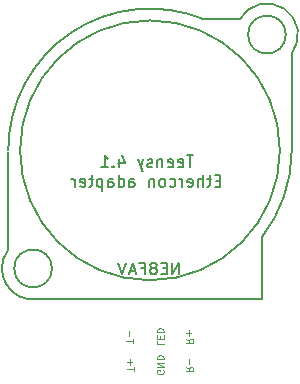
<source format=gbo>
G04 #@! TF.GenerationSoftware,KiCad,Pcbnew,5.1.9*
G04 #@! TF.CreationDate,2021-01-28T17:40:55+01:00*
G04 #@! TF.ProjectId,Teensy4.1_Ethercon_adapter,5465656e-7379-4342-9e31-5f4574686572,1.0*
G04 #@! TF.SameCoordinates,PX80befc0PY6dac2c0*
G04 #@! TF.FileFunction,Legend,Bot*
G04 #@! TF.FilePolarity,Positive*
%FSLAX46Y46*%
G04 Gerber Fmt 4.6, Leading zero omitted, Abs format (unit mm)*
G04 Created by KiCad (PCBNEW 5.1.9) date 2021-01-28 17:40:55*
%MOMM*%
%LPD*%
G01*
G04 APERTURE LIST*
%ADD10C,0.150000*%
%ADD11C,0.100000*%
G04 APERTURE END LIST*
D10*
X13952380Y18622620D02*
X13380952Y18622620D01*
X13666666Y17622620D02*
X13666666Y18622620D01*
X12666666Y17670239D02*
X12761904Y17622620D01*
X12952380Y17622620D01*
X13047619Y17670239D01*
X13095238Y17765477D01*
X13095238Y18146429D01*
X13047619Y18241667D01*
X12952380Y18289286D01*
X12761904Y18289286D01*
X12666666Y18241667D01*
X12619047Y18146429D01*
X12619047Y18051191D01*
X13095238Y17955953D01*
X11809523Y17670239D02*
X11904761Y17622620D01*
X12095238Y17622620D01*
X12190476Y17670239D01*
X12238095Y17765477D01*
X12238095Y18146429D01*
X12190476Y18241667D01*
X12095238Y18289286D01*
X11904761Y18289286D01*
X11809523Y18241667D01*
X11761904Y18146429D01*
X11761904Y18051191D01*
X12238095Y17955953D01*
X11333333Y18289286D02*
X11333333Y17622620D01*
X11333333Y18194048D02*
X11285714Y18241667D01*
X11190476Y18289286D01*
X11047619Y18289286D01*
X10952380Y18241667D01*
X10904761Y18146429D01*
X10904761Y17622620D01*
X10476190Y17670239D02*
X10380952Y17622620D01*
X10190476Y17622620D01*
X10095238Y17670239D01*
X10047619Y17765477D01*
X10047619Y17813096D01*
X10095238Y17908334D01*
X10190476Y17955953D01*
X10333333Y17955953D01*
X10428571Y18003572D01*
X10476190Y18098810D01*
X10476190Y18146429D01*
X10428571Y18241667D01*
X10333333Y18289286D01*
X10190476Y18289286D01*
X10095238Y18241667D01*
X9714285Y18289286D02*
X9476190Y17622620D01*
X9238095Y18289286D02*
X9476190Y17622620D01*
X9571428Y17384524D01*
X9619047Y17336905D01*
X9714285Y17289286D01*
X7666666Y18289286D02*
X7666666Y17622620D01*
X7904761Y18670239D02*
X8142857Y17955953D01*
X7523809Y17955953D01*
X7142857Y17717858D02*
X7095238Y17670239D01*
X7142857Y17622620D01*
X7190476Y17670239D01*
X7142857Y17717858D01*
X7142857Y17622620D01*
X6142857Y17622620D02*
X6714285Y17622620D01*
X6428571Y17622620D02*
X6428571Y18622620D01*
X6523809Y18479762D01*
X6619047Y18384524D01*
X6714285Y18336905D01*
X16238095Y16496429D02*
X15904761Y16496429D01*
X15761904Y15972620D02*
X16238095Y15972620D01*
X16238095Y16972620D01*
X15761904Y16972620D01*
X15476190Y16639286D02*
X15095238Y16639286D01*
X15333333Y16972620D02*
X15333333Y16115477D01*
X15285714Y16020239D01*
X15190476Y15972620D01*
X15095238Y15972620D01*
X14761904Y15972620D02*
X14761904Y16972620D01*
X14333333Y15972620D02*
X14333333Y16496429D01*
X14380952Y16591667D01*
X14476190Y16639286D01*
X14619047Y16639286D01*
X14714285Y16591667D01*
X14761904Y16544048D01*
X13476190Y16020239D02*
X13571428Y15972620D01*
X13761904Y15972620D01*
X13857142Y16020239D01*
X13904761Y16115477D01*
X13904761Y16496429D01*
X13857142Y16591667D01*
X13761904Y16639286D01*
X13571428Y16639286D01*
X13476190Y16591667D01*
X13428571Y16496429D01*
X13428571Y16401191D01*
X13904761Y16305953D01*
X13000000Y15972620D02*
X13000000Y16639286D01*
X13000000Y16448810D02*
X12952380Y16544048D01*
X12904761Y16591667D01*
X12809523Y16639286D01*
X12714285Y16639286D01*
X11952380Y16020239D02*
X12047619Y15972620D01*
X12238095Y15972620D01*
X12333333Y16020239D01*
X12380952Y16067858D01*
X12428571Y16163096D01*
X12428571Y16448810D01*
X12380952Y16544048D01*
X12333333Y16591667D01*
X12238095Y16639286D01*
X12047619Y16639286D01*
X11952380Y16591667D01*
X11380952Y15972620D02*
X11476190Y16020239D01*
X11523809Y16067858D01*
X11571428Y16163096D01*
X11571428Y16448810D01*
X11523809Y16544048D01*
X11476190Y16591667D01*
X11380952Y16639286D01*
X11238095Y16639286D01*
X11142857Y16591667D01*
X11095238Y16544048D01*
X11047619Y16448810D01*
X11047619Y16163096D01*
X11095238Y16067858D01*
X11142857Y16020239D01*
X11238095Y15972620D01*
X11380952Y15972620D01*
X10619047Y16639286D02*
X10619047Y15972620D01*
X10619047Y16544048D02*
X10571428Y16591667D01*
X10476190Y16639286D01*
X10333333Y16639286D01*
X10238095Y16591667D01*
X10190476Y16496429D01*
X10190476Y15972620D01*
X8523809Y15972620D02*
X8523809Y16496429D01*
X8571428Y16591667D01*
X8666666Y16639286D01*
X8857142Y16639286D01*
X8952380Y16591667D01*
X8523809Y16020239D02*
X8619047Y15972620D01*
X8857142Y15972620D01*
X8952380Y16020239D01*
X9000000Y16115477D01*
X9000000Y16210715D01*
X8952380Y16305953D01*
X8857142Y16353572D01*
X8619047Y16353572D01*
X8523809Y16401191D01*
X7619047Y15972620D02*
X7619047Y16972620D01*
X7619047Y16020239D02*
X7714285Y15972620D01*
X7904761Y15972620D01*
X8000000Y16020239D01*
X8047619Y16067858D01*
X8095238Y16163096D01*
X8095238Y16448810D01*
X8047619Y16544048D01*
X8000000Y16591667D01*
X7904761Y16639286D01*
X7714285Y16639286D01*
X7619047Y16591667D01*
X6714285Y15972620D02*
X6714285Y16496429D01*
X6761904Y16591667D01*
X6857142Y16639286D01*
X7047619Y16639286D01*
X7142857Y16591667D01*
X6714285Y16020239D02*
X6809523Y15972620D01*
X7047619Y15972620D01*
X7142857Y16020239D01*
X7190476Y16115477D01*
X7190476Y16210715D01*
X7142857Y16305953D01*
X7047619Y16353572D01*
X6809523Y16353572D01*
X6714285Y16401191D01*
X6238095Y16639286D02*
X6238095Y15639286D01*
X6238095Y16591667D02*
X6142857Y16639286D01*
X5952380Y16639286D01*
X5857142Y16591667D01*
X5809523Y16544048D01*
X5761904Y16448810D01*
X5761904Y16163096D01*
X5809523Y16067858D01*
X5857142Y16020239D01*
X5952380Y15972620D01*
X6142857Y15972620D01*
X6238095Y16020239D01*
X5476190Y16639286D02*
X5095238Y16639286D01*
X5333333Y16972620D02*
X5333333Y16115477D01*
X5285714Y16020239D01*
X5190476Y15972620D01*
X5095238Y15972620D01*
X4380952Y16020239D02*
X4476190Y15972620D01*
X4666666Y15972620D01*
X4761904Y16020239D01*
X4809523Y16115477D01*
X4809523Y16496429D01*
X4761904Y16591667D01*
X4666666Y16639286D01*
X4476190Y16639286D01*
X4380952Y16591667D01*
X4333333Y16496429D01*
X4333333Y16401191D01*
X4809523Y16305953D01*
X3904761Y15972620D02*
X3904761Y16639286D01*
X3904761Y16448810D02*
X3857142Y16544048D01*
X3809523Y16591667D01*
X3714285Y16639286D01*
X3619047Y16639286D01*
D11*
X8828571Y2757143D02*
X8828571Y3100000D01*
X8228571Y2928572D02*
X8828571Y2928572D01*
X8457142Y3300000D02*
X8457142Y3757143D01*
X10828571Y2914286D02*
X10828571Y2628572D01*
X11428571Y2628572D01*
X11142857Y3114286D02*
X11142857Y3314286D01*
X10828571Y3400000D02*
X10828571Y3114286D01*
X11428571Y3114286D01*
X11428571Y3400000D01*
X10828571Y3657143D02*
X11428571Y3657143D01*
X11428571Y3800000D01*
X11400000Y3885715D01*
X11342857Y3942858D01*
X11285714Y3971429D01*
X11171428Y4000000D01*
X11085714Y4000000D01*
X10971428Y3971429D01*
X10914285Y3942858D01*
X10857142Y3885715D01*
X10828571Y3800000D01*
X10828571Y3657143D01*
X13328571Y3114286D02*
X13614285Y2914286D01*
X13328571Y2771429D02*
X13928571Y2771429D01*
X13928571Y3000000D01*
X13900000Y3057143D01*
X13871428Y3085715D01*
X13814285Y3114286D01*
X13728571Y3114286D01*
X13671428Y3085715D01*
X13642857Y3057143D01*
X13614285Y3000000D01*
X13614285Y2771429D01*
X13557142Y3371429D02*
X13557142Y3828572D01*
X13328571Y3600000D02*
X13785714Y3600000D01*
X8928571Y357143D02*
X8928571Y700000D01*
X8328571Y528572D02*
X8928571Y528572D01*
X8557142Y900000D02*
X8557142Y1357143D01*
X8328571Y1128572D02*
X8785714Y1128572D01*
X11400000Y442858D02*
X11428571Y385715D01*
X11428571Y300000D01*
X11400000Y214286D01*
X11342857Y157143D01*
X11285714Y128572D01*
X11171428Y100000D01*
X11085714Y100000D01*
X10971428Y128572D01*
X10914285Y157143D01*
X10857142Y214286D01*
X10828571Y300000D01*
X10828571Y357143D01*
X10857142Y442858D01*
X10885714Y471429D01*
X11085714Y471429D01*
X11085714Y357143D01*
X10828571Y728572D02*
X11428571Y728572D01*
X10828571Y1071429D01*
X11428571Y1071429D01*
X10828571Y1357143D02*
X11428571Y1357143D01*
X11428571Y1500000D01*
X11400000Y1585715D01*
X11342857Y1642858D01*
X11285714Y1671429D01*
X11171428Y1700000D01*
X11085714Y1700000D01*
X10971428Y1671429D01*
X10914285Y1642858D01*
X10857142Y1585715D01*
X10828571Y1500000D01*
X10828571Y1357143D01*
X13328571Y714286D02*
X13614285Y514286D01*
X13328571Y371429D02*
X13928571Y371429D01*
X13928571Y600000D01*
X13900000Y657143D01*
X13871428Y685715D01*
X13814285Y714286D01*
X13728571Y714286D01*
X13671428Y685715D01*
X13642857Y657143D01*
X13614285Y600000D01*
X13614285Y371429D01*
X13557142Y971429D02*
X13557142Y1428572D01*
D10*
X17871968Y30158032D02*
X14771968Y30158032D01*
X-1728032Y10608032D02*
X-1728032Y18958032D01*
X771968Y6458032D02*
X19771968Y6458032D01*
X19771968Y11758032D02*
X19771968Y6458032D01*
X22271968Y27308032D02*
X22271968Y18958032D01*
X1971968Y9058032D02*
G75*
G03*
X1971968Y9058032I-1600000J0D01*
G01*
X21771968Y28858032D02*
G75*
G03*
X21771968Y28858032I-1600000J0D01*
G01*
X21271968Y19058032D02*
G75*
G03*
X21271968Y19058032I-11000000J0D01*
G01*
X-1744534Y10620213D02*
G75*
G03*
X771967Y6458033I2116502J-1562181D01*
G01*
X22297627Y27289094D02*
G75*
G03*
X17871969Y30158031I-2125659J1568938D01*
G01*
X14864169Y30144586D02*
G75*
G03*
X-1728032Y19058032I-4592201J-11086554D01*
G01*
X19728097Y11670094D02*
G75*
G03*
X22271968Y19058032I-9456129J7387938D01*
G01*
X12750000Y8547620D02*
X12750000Y9547620D01*
X12178571Y8547620D01*
X12178571Y9547620D01*
X11702380Y9071429D02*
X11369047Y9071429D01*
X11226190Y8547620D02*
X11702380Y8547620D01*
X11702380Y9547620D01*
X11226190Y9547620D01*
X10654761Y9119048D02*
X10750000Y9166667D01*
X10797619Y9214286D01*
X10845238Y9309524D01*
X10845238Y9357143D01*
X10797619Y9452381D01*
X10750000Y9500000D01*
X10654761Y9547620D01*
X10464285Y9547620D01*
X10369047Y9500000D01*
X10321428Y9452381D01*
X10273809Y9357143D01*
X10273809Y9309524D01*
X10321428Y9214286D01*
X10369047Y9166667D01*
X10464285Y9119048D01*
X10654761Y9119048D01*
X10750000Y9071429D01*
X10797619Y9023810D01*
X10845238Y8928572D01*
X10845238Y8738096D01*
X10797619Y8642858D01*
X10750000Y8595239D01*
X10654761Y8547620D01*
X10464285Y8547620D01*
X10369047Y8595239D01*
X10321428Y8642858D01*
X10273809Y8738096D01*
X10273809Y8928572D01*
X10321428Y9023810D01*
X10369047Y9071429D01*
X10464285Y9119048D01*
X9511904Y9071429D02*
X9845238Y9071429D01*
X9845238Y8547620D02*
X9845238Y9547620D01*
X9369047Y9547620D01*
X9035714Y8833334D02*
X8559523Y8833334D01*
X9130952Y8547620D02*
X8797619Y9547620D01*
X8464285Y8547620D01*
X8273809Y9547620D02*
X7940476Y8547620D01*
X7607142Y9547620D01*
M02*

</source>
